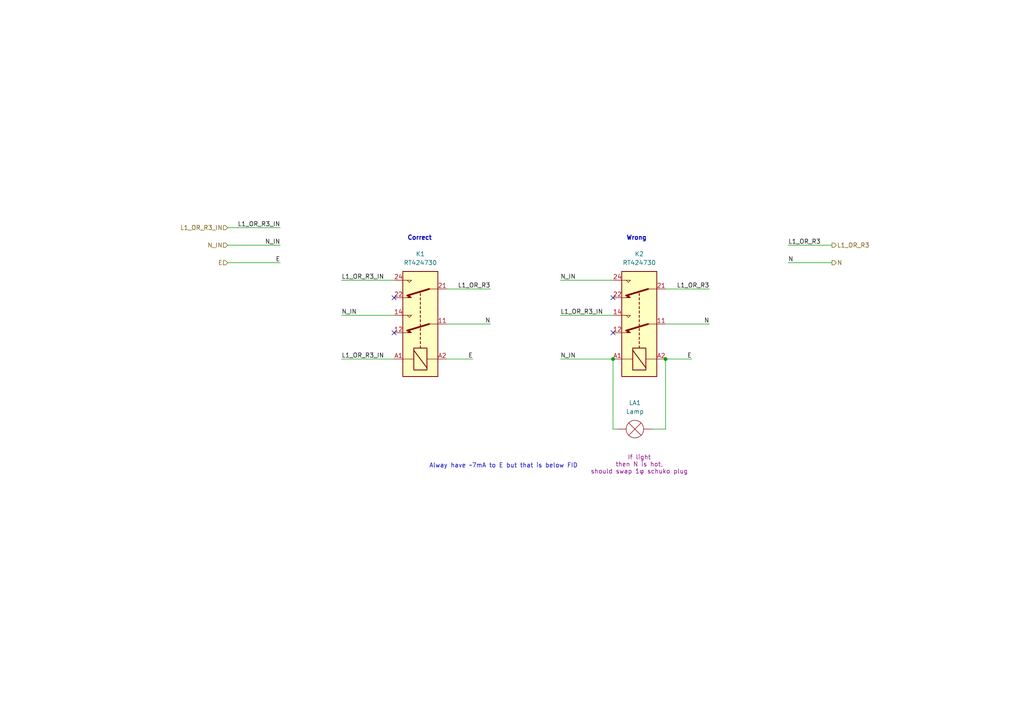
<source format=kicad_sch>
(kicad_sch (version 20231120) (generator "eeschema") (generator_version "8.0")
  (paper "A4")
  (lib_symbols
    (symbol "Device:Lamp" (pin_numbers hide) (pin_names (offset 0.0254) hide)
      (property "Reference" "LA" (at 0.635 3.81 0))
      (property "Value" "Lamp" (at 0.635 -3.81 0))
      (symbol "Lamp_0_1"
        (polyline (pts (xy -1.778 1.778) (xy 1.778 -1.778)))
        (polyline (pts (xy 1.778 1.778) (xy -1.778 -1.778)))
        (circle (center 0 0) (radius 2.54))
      )
      (symbol "Lamp_1_1"
        (pin passive line (at 0 -5.08 90) (length 2.54) (name "-") (number "1"))
        (pin passive line (at 0 5.08 270) (length 2.54) (name "+") (number "2"))
      )
    )
    (symbol "Relay:RT42xxxx"
      (property "Reference" "K" (at 16.51 3.81 0))
      (property "Value" "RT42xxxx" (at 16.51 1.27 0))
      (symbol "RT42xxxx_0_1"
        (rectangle (start -15.24 5.08) (end 15.24 -5.08) (stroke (width 0.254)) (fill (type background)))
        (rectangle (start -13.335 1.905) (end -6.985 -1.905) (stroke (width 0.254)))
        (polyline (pts (xy -12.7 -1.905) (xy -7.62 1.905)) (stroke (width 0.254)))
        (polyline (pts (xy -10.16 -5.08) (xy -10.16 -1.905)))
        (polyline (pts (xy -10.16 5.08) (xy -10.16 1.905)))
        (polyline (pts (xy -6.985 0) (xy -6.35 0)) (stroke (width 0.254)))
        (polyline (pts (xy -5.715 0) (xy -5.08 0)) (stroke (width 0.254)))
        (polyline (pts (xy -4.445 0) (xy -3.81 0)) (stroke (width 0.254)))
        (polyline (pts (xy -3.175 0) (xy -2.54 0)) (stroke (width 0.254)))
        (polyline (pts (xy -1.905 0) (xy -1.27 0)) (stroke (width 0.254)))
        (polyline (pts (xy -0.635 0) (xy 0 0)) (stroke (width 0.254)))
        (polyline (pts (xy 0 -2.54) (xy -1.905 3.81)) (stroke (width 0.508)))
        (polyline (pts (xy 0 -2.54) (xy 0 -5.08)))
        (polyline (pts (xy 0.635 0) (xy 1.27 0)) (stroke (width 0.254)))
        (polyline (pts (xy 1.905 0) (xy 2.54 0)) (stroke (width 0.254)))
        (polyline (pts (xy 3.175 0) (xy 3.81 0)) (stroke (width 0.254)))
        (polyline (pts (xy 4.445 0) (xy 5.08 0)) (stroke (width 0.254)))
        (polyline (pts (xy 5.715 0) (xy 6.35 0)) (stroke (width 0.254)))
        (polyline (pts (xy 6.985 0) (xy 7.62 0)) (stroke (width 0.254)))
        (polyline (pts (xy 8.255 0) (xy 8.89 0)) (stroke (width 0.254)))
        (polyline (pts (xy 10.16 -2.54) (xy 8.255 3.81)) (stroke (width 0.508)))
        (polyline (pts (xy 10.16 -2.54) (xy 10.16 -5.08)))
        (polyline (pts (xy -2.54 5.08) (xy -2.54 2.54) (xy -1.905 3.175) (xy -2.54 3.81)) (fill (type outline)))
        (polyline (pts (xy 2.54 5.08) (xy 2.54 2.54) (xy 1.905 3.175) (xy 2.54 3.81)))
        (polyline (pts (xy 7.62 5.08) (xy 7.62 2.54) (xy 8.255 3.175) (xy 7.62 3.81)) (fill (type outline)))
        (polyline (pts (xy 12.7 5.08) (xy 12.7 2.54) (xy 12.065 3.175) (xy 12.7 3.81)))
      )
      (symbol "RT42xxxx_1_1"
        (pin passive line (at 0 -7.62 90) (length 2.54) (name "~") (number "11"))
        (pin passive line (at -2.54 7.62 270) (length 2.54) (name "~") (number "12"))
        (pin passive line (at 2.54 7.62 270) (length 2.54) (name "~") (number "14"))
        (pin passive line (at 10.16 -7.62 90) (length 2.54) (name "~") (number "21"))
        (pin passive line (at 7.62 7.62 270) (length 2.54) (name "~") (number "22"))
        (pin passive line (at 12.7 7.62 270) (length 2.54) (name "~") (number "24"))
        (pin passive line (at -10.16 7.62 270) (length 2.54) (name "~") (number "A1"))
        (pin passive line (at -10.16 -7.62 90) (length 2.54) (name "~") (number "A2"))
      )
    )
  )
  (junction (at 193.04 104.14))
  (junction (at 177.8 104.14))
  (no_connect (at 177.8 86.36))
  (no_connect (at 114.3 96.52))
  (no_connect (at 177.8 96.52))
  (no_connect (at 114.3 86.36))
  (wire (pts (xy 162.56 91.44) (xy 177.8 91.44)))
  (wire (pts (xy 193.04 124.46) (xy 193.04 104.14)))
  (wire (pts (xy 205.74 83.82) (xy 193.04 83.82)))
  (wire (pts (xy 66.04 76.2) (xy 81.28 76.2)))
  (wire (pts (xy 81.28 71.12) (xy 66.04 71.12)))
  (wire (pts (xy 81.28 66.04) (xy 66.04 66.04)))
  (wire (pts (xy 142.24 93.98) (xy 129.54 93.98)))
  (wire (pts (xy 189.23 124.46) (xy 193.04 124.46)))
  (wire (pts (xy 162.56 104.14) (xy 177.8 104.14)))
  (wire (pts (xy 99.06 81.28) (xy 114.3 81.28)))
  (wire (pts (xy 99.06 104.14) (xy 114.3 104.14)))
  (wire (pts (xy 200.66 104.14) (xy 193.04 104.14)))
  (wire (pts (xy 205.74 93.98) (xy 193.04 93.98)))
  (wire (pts (xy 142.24 83.82) (xy 129.54 83.82)))
  (wire (pts (xy 179.07 124.46) (xy 177.8 124.46)))
  (wire (pts (xy 177.8 124.46) (xy 177.8 104.14)))
  (wire (pts (xy 99.06 91.44) (xy 114.3 91.44)))
  (wire (pts (xy 137.16 104.14) (xy 129.54 104.14)))
  (wire (pts (xy 228.6 71.12) (xy 241.3 71.12)))
  (wire (pts (xy 228.6 76.2) (xy 241.3 76.2)))
  (wire (pts (xy 162.56 81.28) (xy 177.8 81.28)))
  (text "Alway have ~7mA to E but that is below FID" (at 124.46 135.89 0) (effects (font (size 1.27 1.27)) (justify left bottom)))
  (text "Wrong" (at 181.61 69.85 0) (effects (font (size 1.27 1.27) (bold yes)) (justify left bottom)))
  (text "Correct" (at 118.11 69.85 0) (effects (font (size 1.27 1.27) (bold yes)) (justify left bottom)))
  (label "E" (at 200.66 104.14 180))
  (label "N" (at 142.24 93.98 180))
  (label "L1_OR_R3_IN" (at 162.56 91.44 0))
  (label "L1_OR_R3_IN" (at 99.06 104.14 0))
  (label "N_IN" (at 162.56 104.14 0))
  (label "L1_OR_R3" (at 142.24 83.82 180))
  (label "L1_OR_R3" (at 228.6 71.12 0))
  (label "E" (at 81.28 76.2 180))
  (label "L1_OR_R3_IN" (at 81.28 66.04 180))
  (label "N_IN" (at 81.28 71.12 180))
  (label "L1_OR_R3" (at 205.74 83.82 180))
  (label "N" (at 228.6 76.2 0))
  (label "N_IN" (at 99.06 91.44 0))
  (label "N" (at 205.74 93.98 180))
  (label "L1_OR_R3_IN" (at 99.06 81.28 0))
  (label "N_IN" (at 162.56 81.28 0))
  (label "E" (at 137.16 104.14 180))
  (hierarchical_label "L1_OR_R3_IN" (shape input) (at 66.04 66.04 180))
  (hierarchical_label "N" (shape output) (at 241.3 76.2 0))
  (hierarchical_label "N_IN" (shape input) (at 66.04 71.12 180))
  (hierarchical_label "L1_OR_R3" (shape output) (at 241.3 71.12 0))
  (hierarchical_label "E" (shape input) (at 66.04 76.2 180))
  (symbol (lib_id "Relay:RT42xxxx") (at 121.92 93.98 90) (unit 1)
    (property "Reference" "K1" (at 121.92 73.66 90))
    (property "Value" "RT424730" (at 121.92 76.2 90))
    (property "Footprint" "Relay_THT:Relay_DPDT_Schrack-RT2-FormC_RM5mm" (effects (hide yes)))
    (property "Datasheet" "http://www.te.com/commerce/DocumentDelivery/DDEController?Action=showdoc&DocId=Data+Sheet%7FRT2%7F1014%7Fpdf%7FEnglish%7FENG_DS_RT2_1014.pdf%7F6-1393243-3" (effects (hide yes)))
  )
  (symbol (lib_id "Relay:RT42xxxx") (at 185.42 93.98 90) (unit 1)
    (property "Reference" "K2" (at 185.42 73.66 90))
    (property "Value" "RT424730" (at 185.42 76.2 90))
    (property "Footprint" "Relay_THT:Relay_DPDT_Schrack-RT2-FormC_RM5mm" (effects (hide yes)))
    (property "Datasheet" "http://www.te.com/commerce/DocumentDelivery/DDEController?Action=showdoc&DocId=Data+Sheet%7FRT2%7F1014%7Fpdf%7FEnglish%7FENG_DS_RT2_1014.pdf%7F6-1393243-3" (effects (hide yes)))
  )
  (symbol (lib_id "Device:Lamp") (at 184.15 124.46 90) (unit 1)
    (property "Reference" "LA1" (at 184.15 116.84 90))
    (property "Value" "Lamp" (at 184.15 119.38 90))
    (property "Footprint" "For_Rasterboard:R_Axial_DIN0207_L6.3mm_D2.5mm_P5.08mm_Vertical" (effects (hide yes)))
    (property "Comment" "If light\nthen N is hot,\nshould swap 1φ schuko plug" (at 185.42 134.62 90))
  )
)
</source>
